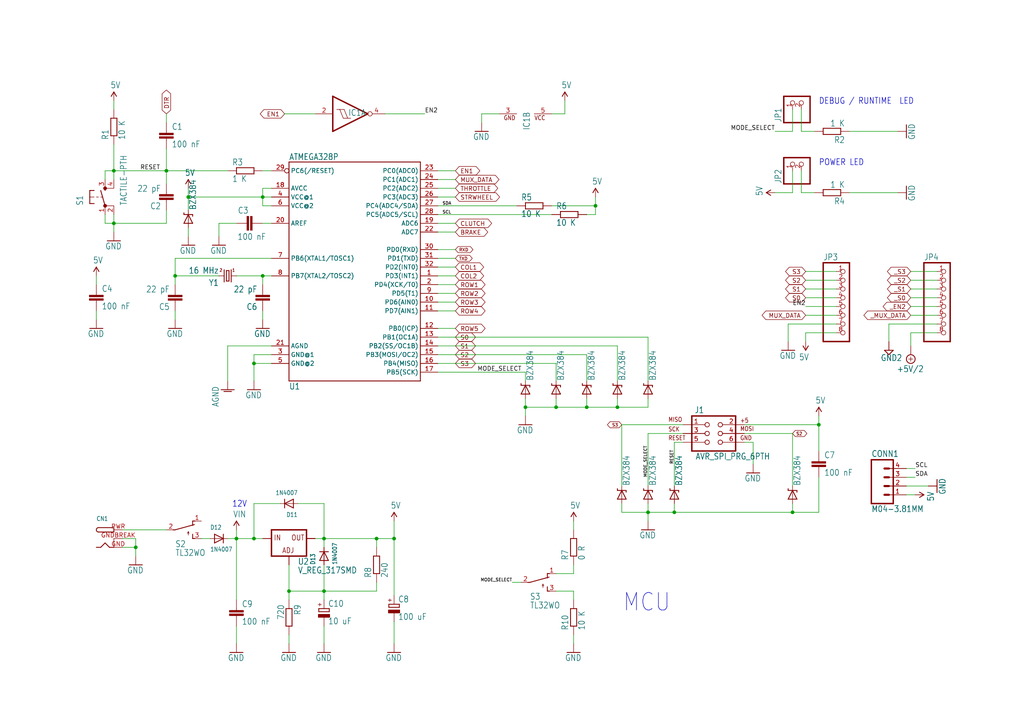
<source format=kicad_sch>
(kicad_sch (version 20231120) (generator "eeschema") (generator_version "8.0")
  (paper "A4")
  (lib_symbols
    (symbol "sim-daq-eagle-import:+5V/2" (power)
      (symbol "+5V/2_1_0"
        (pin power_in line (at 0 -2.54 90) (length 2.54) (name "+5V/2") (number "1"))
      )
    )
    (symbol "sim-daq-eagle-import:5V" (power)
      (symbol "5V_1_0"
        (pin power_in line (at 0 0 90) (length 2.54) (name "5V") (number "1"))
      )
    )
    (symbol "sim-daq-eagle-import:741G14DCK"
      (property "Reference" "IC" (at -0.635 -0.635 0))
      (symbol "741G14DCK_1_0"
        (pin input line (at -10.16 0 0) (length 5.08) (name "I") (number "2"))
        (pin output inverted (at 10.16 0 180) (length 5.08) (name "O") (number "4"))
      )
      (symbol "741G14DCK_2_0"
        (text "GND" (at 1.905 -6.35 900) (effects (font (size 1.27 1.0795)) (justify left bottom)))
        (text "VCC" (at 1.905 2.54 900) (effects (font (size 1.27 1.0795)) (justify left bottom)))
        (pin power_in line (at 0 -7.62 90) (length 5.08) (name "GND") (number "3"))
        (pin power_in line (at 0 7.62 270) (length 5.08) (name "VCC") (number "5"))
      )
    )
    (symbol "sim-daq-eagle-import:AGND" (power)
      (symbol "AGND_1_0"
        (pin power_in line (at 0 2.54 270) (length 2.54) (name "AGND") (number "1"))
      )
    )
    (symbol "sim-daq-eagle-import:ATMEGA328_SMT"
      (property "Reference" "U" (at -17.78 -38.1 0))
      (symbol "ATMEGA328_SMT_1_0"
        (pin bidirectional line (at 25.4 -5.08 180) (length 5.08) (name "PD3(INT1)") (number "1"))
        (pin bidirectional line (at 25.4 -12.7 180) (length 5.08) (name "PD6(AIN0)") (number "10"))
        (pin bidirectional line (at 25.4 -15.24 180) (length 5.08) (name "PD7(AIN1)") (number "11"))
        (pin bidirectional line (at 25.4 -20.32 180) (length 5.08) (name "PB0(ICP)") (number "12"))
        (pin bidirectional line (at 25.4 -22.86 180) (length 5.08) (name "PB1(OC1A)") (number "13"))
        (pin bidirectional line (at 25.4 -25.4 180) (length 5.08) (name "PB2(SS/OC1B)") (number "14"))
        (pin bidirectional line (at 25.4 -27.94 180) (length 5.08) (name "PB3(MOSI/OC2)") (number "15"))
        (pin bidirectional line (at 25.4 -30.48 180) (length 5.08) (name "PB4(MISO)") (number "16"))
        (pin bidirectional line (at 25.4 -33.02 180) (length 5.08) (name "PB5(SCK)") (number "17"))
        (pin bidirectional line (at -22.86 20.32 0) (length 5.08) (name "AVCC") (number "18"))
        (pin bidirectional line (at 25.4 10.16 180) (length 5.08) (name "ADC6") (number "19"))
        (pin bidirectional line (at 25.4 -7.62 180) (length 5.08) (name "PD4(XCK/T0)") (number "2"))
        (pin bidirectional line (at -22.86 10.16 0) (length 5.08) (name "AREF") (number "20"))
        (pin bidirectional line (at -22.86 -25.4 0) (length 5.08) (name "AGND") (number "21"))
        (pin bidirectional line (at 25.4 7.62 180) (length 5.08) (name "ADC7") (number "22"))
        (pin bidirectional line (at 25.4 25.4 180) (length 5.08) (name "PC0(ADC0)") (number "23"))
        (pin bidirectional line (at 25.4 22.86 180) (length 5.08) (name "PC1(ADC1)") (number "24"))
        (pin bidirectional line (at 25.4 20.32 180) (length 5.08) (name "PC2(ADC2)") (number "25"))
        (pin bidirectional line (at 25.4 17.78 180) (length 5.08) (name "PC3(ADC3)") (number "26"))
        (pin bidirectional line (at 25.4 15.24 180) (length 5.08) (name "PC4(ADC4/SDA)") (number "27"))
        (pin bidirectional line (at 25.4 12.7 180) (length 5.08) (name "PC5(ADC5/SCL)") (number "28"))
        (pin bidirectional inverted (at -22.86 25.4 0) (length 5.08) (name "PC6(/RESET)") (number "29"))
        (pin bidirectional line (at -22.86 -27.94 0) (length 5.08) (name "GND@1") (number "3"))
        (pin bidirectional line (at 25.4 2.54 180) (length 5.08) (name "PD0(RXD)") (number "30"))
        (pin bidirectional line (at 25.4 0 180) (length 5.08) (name "PD1(TXD)") (number "31"))
        (pin bidirectional line (at 25.4 -2.54 180) (length 5.08) (name "PD2(INT0)") (number "32"))
        (pin bidirectional line (at -22.86 17.78 0) (length 5.08) (name "VCC@1") (number "4"))
        (pin bidirectional line (at -22.86 -30.48 0) (length 5.08) (name "GND@2") (number "5"))
        (pin bidirectional line (at -22.86 15.24 0) (length 5.08) (name "VCC@2") (number "6"))
        (pin bidirectional line (at -22.86 0 0) (length 5.08) (name "PB6(XTAL1/TOSC1)") (number "7"))
        (pin bidirectional line (at -22.86 -5.08 0) (length 5.08) (name "PB7(XTAL2/TOSC2)") (number "8"))
        (pin bidirectional line (at 25.4 -10.16 180) (length 5.08) (name "PD5(T1)") (number "9"))
      )
    )
    (symbol "sim-daq-eagle-import:AVR_SPI_PRG_6PTH"
      (property "Reference" "J" (at -4.318 5.842 0))
      (symbol "AVR_SPI_PRG_6PTH_1_0"
        (text "+5" (at 8.89 3.048 0) (effects (font (size 1.27 1.0795)) (justify left bottom)))
        (text "GND" (at 8.89 -2.032 0) (effects (font (size 1.27 1.0795)) (justify left bottom)))
        (text "MISO" (at -11.938 3.302 0) (effects (font (size 1.27 1.0795)) (justify left bottom)))
        (text "MOSI" (at 8.89 0.635 0) (effects (font (size 1.27 1.0795)) (justify left bottom)))
        (text "RESET" (at -11.938 -2.032 0) (effects (font (size 1.27 1.0795)) (justify left bottom)))
        (text "SCK" (at -11.938 0.508 0) (effects (font (size 1.27 1.0795)) (justify left bottom)))
        (pin passive inverted (at -7.62 2.54 0) (length 7.62) (name "1") (number "1"))
        (pin passive inverted (at 10.16 2.54 180) (length 7.62) (name "2") (number "2"))
        (pin passive inverted (at -7.62 0 0) (length 7.62) (name "3") (number "3"))
        (pin passive inverted (at 10.16 0 180) (length 7.62) (name "4") (number "4"))
        (pin passive inverted (at -7.62 -2.54 0) (length 7.62) (name "5") (number "5"))
        (pin passive inverted (at 10.16 -2.54 180) (length 7.62) (name "6") (number "6"))
      )
    )
    (symbol "sim-daq-eagle-import:C-EUC0805"
      (property "Reference" "C" (at 1.524 0.381 0))
      (symbol "C-EUC0805_1_0"
        (pin passive line (at 0 2.54 270) (length 2.54) (name "1") (number "1"))
        (pin passive line (at 0 -5.08 90) (length 2.54) (name "2") (number "2"))
      )
    )
    (symbol "sim-daq-eagle-import:CPOL-EUC"
      (property "Reference" "C" (at 1.143 0.4826 0))
      (symbol "CPOL-EUC_1_0"
        (text "+" (at -0.5842 0.4064 900) (effects (font (size 1.27 1.0795)) (justify left bottom)))
        (pin passive line (at 0 2.54 270) (length 2.54) (name "+") (number "+"))
        (pin passive line (at 0 -5.08 90) (length 2.54) (name "-") (number "-"))
      )
    )
    (symbol "sim-daq-eagle-import:CPOL-EUF"
      (property "Reference" "C" (at 1.143 0.4826 0))
      (symbol "CPOL-EUF_1_0"
        (text "+" (at -0.5842 0.4064 900) (effects (font (size 1.27 1.0795)) (justify left bottom)))
        (pin passive line (at 0 2.54 270) (length 2.54) (name "+") (number "+"))
        (pin passive line (at 0 -5.08 90) (length 2.54) (name "-") (number "-"))
      )
    )
    (symbol "sim-daq-eagle-import:CRYSTALSMD"
      (property "Reference" "Y" (at 2.54 1.016 0))
      (symbol "CRYSTALSMD_1_0"
        (text "1" (at -2.159 -1.143 0) (effects (font (size 0.8636 0.734)) (justify left bottom)))
        (text "2" (at 1.524 -1.143 0) (effects (font (size 0.8636 0.734)) (justify left bottom)))
        (pin passive line (at -2.54 0 0) (length 0) (name "1") (number "1"))
        (pin passive line (at 2.54 0 180) (length 0) (name "2") (number "2"))
      )
    )
    (symbol "sim-daq-eagle-import:DCBARRELPTH"
      (property "Reference" "CN" (at -5.08 5.08 0))
      (symbol "DCBARRELPTH_1_0"
        (pin power_in line (at 2.54 -2.54 180) (length 2.54) (name "GND") (number "GND"))
        (pin power_in line (at 2.54 0 180) (length 2.54) (name "GNDBREAK") (number "GNDBREAK"))
        (pin power_in line (at 2.54 2.54 180) (length 2.54) (name "PWR") (number "PWR"))
      )
    )
    (symbol "sim-daq-eagle-import:DIODE-ZENER-BZT52"
      (symbol "DIODE-ZENER-BZT52_1_0"
        (pin passive line (at -2.54 0 0) (length 2.54) (name "A") (number "A"))
        (pin passive line (at 2.54 0 180) (length 2.54) (name "C") (number "C"))
      )
    )
    (symbol "sim-daq-eagle-import:DIODESMA"
      (property "Reference" "D" (at -2.54 2.54 0))
      (symbol "DIODESMA_1_0"
        (pin passive line (at -2.54 0 0) (length 2.54) (name "A") (number "A"))
        (pin passive line (at 2.54 0 180) (length 2.54) (name "C") (number "C"))
      )
    )
    (symbol "sim-daq-eagle-import:GND" (power)
      (symbol "GND_1_0"
        (pin power_in line (at 0 2.54 270) (length 2.54) (name "GND") (number "1"))
      )
    )
    (symbol "sim-daq-eagle-import:GND2" (power)
      (symbol "GND2_1_0"
        (pin power_in line (at 0 2.54 270) (length 2.54) (name "GND2") (number "1"))
      )
    )
    (symbol "sim-daq-eagle-import:M04-3.81MM"
      (property "Reference" "CONN" (at -2.54 10.922 0))
      (symbol "M04-3.81MM_1_0"
        (pin passive line (at 7.62 0 180) (length 5.08) (name "1") (number "1"))
        (pin passive line (at 7.62 2.54 180) (length 5.08) (name "2") (number "2"))
        (pin passive line (at 7.62 5.08 180) (length 5.08) (name "3") (number "3"))
        (pin passive line (at 7.62 7.62 180) (length 5.08) (name "4") (number "4"))
      )
    )
    (symbol "sim-daq-eagle-import:PINHD-1X2"
      (property "Reference" "JP" (at -6.35 5.715 0))
      (symbol "PINHD-1X2_1_0"
        (pin passive inverted (at -2.54 2.54 0) (length 2.54) (name "1") (number "1"))
        (pin passive inverted (at -2.54 0 0) (length 2.54) (name "2") (number "2"))
      )
    )
    (symbol "sim-daq-eagle-import:PINHD-1X8"
      (property "Reference" "JP" (at -6.35 13.335 0))
      (symbol "PINHD-1X8_1_0"
        (pin passive inverted (at -2.54 10.16 0) (length 2.54) (name "1") (number "1"))
        (pin passive inverted (at -2.54 7.62 0) (length 2.54) (name "2") (number "2"))
        (pin passive inverted (at -2.54 5.08 0) (length 2.54) (name "3") (number "3"))
        (pin passive inverted (at -2.54 2.54 0) (length 2.54) (name "4") (number "4"))
        (pin passive inverted (at -2.54 0 0) (length 2.54) (name "5") (number "5"))
        (pin passive inverted (at -2.54 -2.54 0) (length 2.54) (name "6") (number "6"))
        (pin passive inverted (at -2.54 -5.08 0) (length 2.54) (name "7") (number "7"))
        (pin passive inverted (at -2.54 -7.62 0) (length 2.54) (name "8") (number "8"))
      )
    )
    (symbol "sim-daq-eagle-import:R-EU_R0805"
      (property "Reference" "R" (at -3.81 1.4986 0))
      (symbol "R-EU_R0805_1_0"
        (pin passive line (at -5.08 0 0) (length 2.54) (name "1") (number "1"))
        (pin passive line (at 5.08 0 180) (length 2.54) (name "2") (number "2"))
      )
    )
    (symbol "sim-daq-eagle-import:TAC_SWITCHPTH"
      (property "Reference" "S" (at -2.54 6.35 0))
      (symbol "TAC_SWITCHPTH_1_0"
        (pin passive line (at -5.08 0 0) (length 2.54) (name "1") (number "1"))
        (pin passive line (at -5.08 -2.54 0) (length 2.54) (name "2") (number "2"))
        (pin passive line (at 5.08 0 180) (length 2.54) (name "3") (number "3"))
        (pin passive line (at 5.08 -2.54 180) (length 2.54) (name "4") (number "4"))
      )
    )
    (symbol "sim-daq-eagle-import:TL32WO"
      (property "Reference" "S" (at 5.08 -2.54 90))
      (symbol "TL32WO_1_0"
        (pin passive line (at -2.54 5.08 270) (length 2.54) (name "O") (number "1"))
        (pin passive line (at 0 -5.08 90) (length 2.54) (name "P") (number "2"))
        (pin passive line (at 2.54 5.08 270) (length 2.54) (name "S") (number "3"))
      )
    )
    (symbol "sim-daq-eagle-import:VIN" (power)
      (symbol "VIN_1_0"
        (pin power_in line (at 0 0 90) (length 2.54) (name "VIN") (number "1"))
      )
    )
    (symbol "sim-daq-eagle-import:V_REG_317SMD"
      (property "Reference" "U" (at 2.54 -7.62 0))
      (symbol "V_REG_317SMD_1_0"
        (text "ADJ" (at -2.032 -4.318 0) (effects (font (size 1.524 1.2954)) (justify left bottom)))
        (text "IN" (at -4.445 -0.635 0) (effects (font (size 1.524 1.2954)) (justify left bottom)))
        (text "OUT" (at 0.635 -0.635 0) (effects (font (size 1.524 1.2954)) (justify left bottom)))
        (pin input line (at 0 -7.62 90) (length 2.54) (name "ADJ") (number "1"))
        (pin passive line (at 7.62 0 180) (length 2.54) (name "OUT") (number "2"))
        (pin input line (at -7.62 0 0) (length 2.54) (name "IN") (number "3"))
        (pin passive line (at 7.62 0 180) (length 2.54) (name "OUT") (number "4"))
      )
    )
    (symbol "sim-daq-eagle-import:supply1_GND" (power)
      (symbol "supply1_GND_1_0"
        (pin power_in line (at 0 2.54 270) (length 2.54) (name "GND") (number "1"))
      )
    )
  )
  (junction (at 195.58 148.59))
  (junction (at 48.26 49.53))
  (junction (at 76.2 57.15))
  (junction (at 50.8 80.01))
  (junction (at 33.02 64.77))
  (junction (at 152.4 118.11))
  (junction (at 114.3 156.21))
  (junction (at 83.82 171.45))
  (junction (at 39.37 158.75))
  (junction (at 172.72 59.69))
  (junction (at 68.58 156.21))
  (junction (at 54.61 57.15))
  (junction (at 93.98 171.45))
  (junction (at 170.18 118.11))
  (junction (at 161.29 118.11))
  (junction (at 229.87 148.59))
  (junction (at 76.2 80.01))
  (junction (at 73.66 156.21))
  (junction (at 179.07 118.11))
  (junction (at 33.02 49.53))
  (junction (at 109.22 156.21))
  (junction (at 73.66 105.41))
  (junction (at 93.98 156.21))
  (junction (at 237.49 123.19))
  (junction (at 187.96 148.59))
  (wire (pts (xy 170.18 115.57) (xy 170.18 118.11)) (stroke (width 0.1524)))
  (wire (pts (xy 271.78 86.36) (xy 264.16 86.36)) (stroke (width 0.1524)))
  (wire (pts (xy 78.74 102.87) (xy 73.66 102.87)) (stroke (width 0.1524)))
  (wire (pts (xy 242.57 78.74) (xy 233.68 78.74)) (stroke (width 0.1524)))
  (wire (pts (xy 166.37 171.45) (xy 166.37 173.99)) (stroke (width 0.1524)))
  (wire (pts (xy 242.57 88.9) (xy 233.68 88.9)) (stroke (width 0.1524)))
  (wire (pts (xy 237.49 123.19) (xy 237.49 120.65)) (stroke (width 0.1524)))
  (wire (pts (xy 232.41 49.53) (xy 232.41 55.88)) (stroke (width 0.1524)))
  (wire (pts (xy 229.87 49.53) (xy 229.87 55.88)) (stroke (width 0.1524)))
  (wire (pts (xy 233.68 96.52) (xy 233.68 99.06)) (stroke (width 0.1524)))
  (wire (pts (xy 161.29 105.41) (xy 161.29 110.49)) (stroke (width 0.1524)))
  (wire (pts (xy 127 72.39) (xy 132.08 72.39)) (stroke (width 0.1524)))
  (wire (pts (xy 66.04 49.53) (xy 48.26 49.53)) (stroke (width 0.1524)))
  (wire (pts (xy 218.44 134.62) (xy 218.44 128.27)) (stroke (width 0.1524)))
  (wire (pts (xy 152.4 107.95) (xy 152.4 110.49)) (stroke (width 0.1524)))
  (wire (pts (xy 109.22 156.21) (xy 109.22 158.75)) (stroke (width 0.1524)))
  (wire (pts (xy 73.66 156.21) (xy 76.2 156.21)) (stroke (width 0.1524)))
  (wire (pts (xy 78.74 80.01) (xy 76.2 80.01)) (stroke (width 0.1524)))
  (wire (pts (xy 179.07 115.57) (xy 179.07 118.11)) (stroke (width 0.1524)))
  (wire (pts (xy 86.36 146.05) (xy 93.98 146.05)) (stroke (width 0.1524)))
  (wire (pts (xy 229.87 140.97) (xy 229.87 125.73)) (stroke (width 0.1524)))
  (wire (pts (xy 30.48 52.07) (xy 30.48 49.53)) (stroke (width 0.1524)))
  (wire (pts (xy 218.44 128.27) (xy 215.9 128.27)) (stroke (width 0.1524)))
  (wire (pts (xy 180.34 140.97) (xy 180.34 123.19)) (stroke (width 0.1524)))
  (wire (pts (xy 93.98 186.69) (xy 93.98 181.61)) (stroke (width 0.1524)))
  (wire (pts (xy 68.58 156.21) (xy 73.66 156.21)) (stroke (width 0.1524)))
  (wire (pts (xy 30.48 62.23) (xy 30.48 64.77)) (stroke (width 0.1524)))
  (wire (pts (xy 187.96 140.97) (xy 187.96 125.73)) (stroke (width 0.1524)))
  (wire (pts (xy 242.57 86.36) (xy 233.68 86.36)) (stroke (width 0.1524)))
  (wire (pts (xy 237.49 123.19) (xy 237.49 130.81)) (stroke (width 0.1524)))
  (wire (pts (xy 109.22 168.91) (xy 109.22 171.45)) (stroke (width 0.1524)))
  (wire (pts (xy 76.2 64.77) (xy 78.74 64.77)) (stroke (width 0.1524)))
  (wire (pts (xy 78.74 105.41) (xy 73.66 105.41)) (stroke (width 0.1524)))
  (wire (pts (xy 93.98 156.21) (xy 109.22 156.21)) (stroke (width 0.1524)))
  (wire (pts (xy 127 52.07) (xy 132.08 52.07)) (stroke (width 0.1524)))
  (wire (pts (xy 35.56 156.21) (xy 39.37 156.21)) (stroke (width 0.1524)))
  (wire (pts (xy 152.4 118.11) (xy 152.4 120.65)) (stroke (width 0.1524)))
  (wire (pts (xy 48.26 60.96) (xy 48.26 64.77)) (stroke (width 0.1524)))
  (wire (pts (xy 127 74.93) (xy 132.08 74.93)) (stroke (width 0.1524)))
  (wire (pts (xy 33.02 64.77) (xy 33.02 67.31)) (stroke (width 0.1524)))
  (wire (pts (xy 68.58 153.67) (xy 68.58 156.21)) (stroke (width 0.1524)))
  (wire (pts (xy 262.89 138.43) (xy 265.43 138.43)) (stroke (width 0.1524)))
  (wire (pts (xy 76.2 54.61) (xy 76.2 57.15)) (stroke (width 0.1524)))
  (wire (pts (xy 271.78 83.82) (xy 264.16 83.82)) (stroke (width 0.1524)))
  (wire (pts (xy 63.5 80.01) (xy 50.8 80.01)) (stroke (width 0.1524)))
  (wire (pts (xy 127 82.55) (xy 132.08 82.55)) (stroke (width 0.1524)))
  (wire (pts (xy 242.57 96.52) (xy 233.68 96.52)) (stroke (width 0.1524)))
  (wire (pts (xy 232.41 31.75) (xy 232.41 38.1)) (stroke (width 0.1524)))
  (wire (pts (xy 127 90.17) (xy 132.08 90.17)) (stroke (width 0.1524)))
  (wire (pts (xy 149.86 59.69) (xy 127 59.69)) (stroke (width 0.1524)))
  (wire (pts (xy 179.07 118.11) (xy 170.18 118.11)) (stroke (width 0.1524)))
  (wire (pts (xy 66.04 100.33) (xy 66.04 110.49)) (stroke (width 0.1524)))
  (wire (pts (xy 76.2 57.15) (xy 54.61 57.15)) (stroke (width 0.1524)))
  (wire (pts (xy 48.26 153.67) (xy 35.56 153.67)) (stroke (width 0.1524)))
  (wire (pts (xy 127 54.61) (xy 132.08 54.61)) (stroke (width 0.1524)))
  (wire (pts (xy 166.37 153.67) (xy 166.37 151.13)) (stroke (width 0.1524)))
  (wire (pts (xy 195.58 148.59) (xy 195.58 146.05)) (stroke (width 0.1524)))
  (wire (pts (xy 172.72 62.23) (xy 172.72 59.69)) (stroke (width 0.1524)))
  (wire (pts (xy 73.66 102.87) (xy 73.66 105.41)) (stroke (width 0.1524)))
  (wire (pts (xy 180.34 148.59) (xy 187.96 148.59)) (stroke (width 0.1524)))
  (wire (pts (xy 27.94 92.71) (xy 27.94 90.17)) (stroke (width 0.1524)))
  (wire (pts (xy 58.42 156.21) (xy 60.96 156.21)) (stroke (width 0.1524)))
  (wire (pts (xy 163.83 29.21) (xy 163.83 33.02)) (stroke (width 0.1524)))
  (wire (pts (xy 127 102.87) (xy 170.18 102.87)) (stroke (width 0.1524)))
  (wire (pts (xy 152.4 118.11) (xy 152.4 115.57)) (stroke (width 0.1524)))
  (wire (pts (xy 39.37 156.21) (xy 39.37 158.75)) (stroke (width 0.1524)))
  (wire (pts (xy 33.02 62.23) (xy 33.02 64.77)) (stroke (width 0.1524)))
  (wire (pts (xy 161.29 115.57) (xy 161.29 118.11)) (stroke (width 0.1524)))
  (wire (pts (xy 161.29 118.11) (xy 152.4 118.11)) (stroke (width 0.1524)))
  (wire (pts (xy 237.49 148.59) (xy 229.87 148.59)) (stroke (width 0.1524)))
  (wire (pts (xy 271.78 91.44) (xy 264.16 91.44)) (stroke (width 0.1524)))
  (wire (pts (xy 93.98 171.45) (xy 83.82 171.45)) (stroke (width 0.1524)))
  (wire (pts (xy 68.58 173.99) (xy 68.58 156.21)) (stroke (width 0.1524)))
  (wire (pts (xy 180.34 123.19) (xy 198.12 123.19)) (stroke (width 0.1524)))
  (wire (pts (xy 127 100.33) (xy 179.07 100.33)) (stroke (width 0.1524)))
  (wire (pts (xy 127 97.79) (xy 187.96 97.79)) (stroke (width 0.1524)))
  (wire (pts (xy 262.89 143.51) (xy 265.43 143.51)) (stroke (width 0.1524)))
  (wire (pts (xy 27.94 80.01) (xy 27.94 82.55)) (stroke (width 0.1524)))
  (wire (pts (xy 93.98 158.75) (xy 93.98 156.21)) (stroke (width 0.1524)))
  (wire (pts (xy 76.2 57.15) (xy 76.2 59.69)) (stroke (width 0.1524)))
  (wire (pts (xy 237.49 138.43) (xy 237.49 148.59)) (stroke (width 0.1524)))
  (wire (pts (xy 170.18 62.23) (xy 172.72 62.23)) (stroke (width 0.1524)))
  (wire (pts (xy 271.78 81.28) (xy 264.16 81.28)) (stroke (width 0.1524)))
  (wire (pts (xy 127 67.31) (xy 132.08 67.31)) (stroke (width 0.1524)))
  (wire (pts (xy 163.83 33.02) (xy 160.02 33.02)) (stroke (width 0.1524)))
  (wire (pts (xy 260.35 55.88) (xy 246.38 55.88)) (stroke (width 0.1524)))
  (wire (pts (xy 91.44 33.02) (xy 82.55 33.02)) (stroke (width 0.1524)))
  (wire (pts (xy 78.74 54.61) (xy 76.2 54.61)) (stroke (width 0.1524)))
  (wire (pts (xy 76.2 92.71) (xy 76.2 90.17)) (stroke (width 0.1524)))
  (wire (pts (xy 111.76 33.02) (xy 123.19 33.02)) (stroke (width 0.1524)))
  (wire (pts (xy 76.2 59.69) (xy 78.74 59.69)) (stroke (width 0.1524)))
  (wire (pts (xy 179.07 100.33) (xy 179.07 110.49)) (stroke (width 0.1524)))
  (wire (pts (xy 33.02 52.07) (xy 33.02 49.53)) (stroke (width 0.1524)))
  (wire (pts (xy 127 95.25) (xy 132.08 95.25)) (stroke (width 0.1524)))
  (wire (pts (xy 91.44 156.21) (xy 93.98 156.21)) (stroke (width 0.1524)))
  (wire (pts (xy 229.87 146.05) (xy 229.87 148.59)) (stroke (width 0.1524)))
  (wire (pts (xy 161.29 166.37) (xy 166.37 166.37)) (stroke (width 0.1524)))
  (wire (pts (xy 262.89 140.97) (xy 269.24 140.97)) (stroke (width 0.1524)))
  (wire (pts (xy 78.74 100.33) (xy 66.04 100.33)) (stroke (width 0.1524)))
  (wire (pts (xy 172.72 59.69) (xy 172.72 57.15)) (stroke (width 0.1524)))
  (wire (pts (xy 127 62.23) (xy 160.02 62.23)) (stroke (width 0.1524)))
  (wire (pts (xy 93.98 146.05) (xy 93.98 156.21)) (stroke (width 0.1524)))
  (wire (pts (xy 114.3 172.72) (xy 114.3 156.21)) (stroke (width 0.1524)))
  (wire (pts (xy 83.82 173.99) (xy 83.82 171.45)) (stroke (width 0.1524)))
  (wire (pts (xy 81.28 146.05) (xy 73.66 146.05)) (stroke (width 0.1524)))
  (wire (pts (xy 195.58 140.97) (xy 195.58 128.27)) (stroke (width 0.1524)))
  (wire (pts (xy 229.87 55.88) (xy 224.79 55.88)) (stroke (width 0.1524)))
  (wire (pts (xy 151.13 168.91) (xy 148.59 168.91)) (stroke (width 0.1524)))
  (wire (pts (xy 242.57 83.82) (xy 233.68 83.82)) (stroke (width 0.1524)))
  (wire (pts (xy 229.87 148.59) (xy 195.58 148.59)) (stroke (width 0.1524)))
  (wire (pts (xy 78.74 57.15) (xy 76.2 57.15)) (stroke (width 0.1524)))
  (wire (pts (xy 50.8 74.93) (xy 50.8 80.01)) (stroke (width 0.1524)))
  (wire (pts (xy 68.58 64.77) (xy 63.5 64.77)) (stroke (width 0.1524)))
  (wire (pts (xy 187.96 146.05) (xy 187.96 148.59)) (stroke (width 0.1524)))
  (wire (pts (xy 262.89 135.89) (xy 265.43 135.89)) (stroke (width 0.1524)))
  (wire (pts (xy 109.22 171.45) (xy 93.98 171.45)) (stroke (width 0.1524)))
  (wire (pts (xy 127 87.63) (xy 132.08 87.63)) (stroke (width 0.1524)))
  (wire (pts (xy 54.61 66.04) (xy 54.61 68.58)) (stroke (width 0.1524)))
  (wire (pts (xy 187.96 125.73) (xy 198.12 125.73)) (stroke (width 0.1524)))
  (wire (pts (xy 166.37 184.15) (xy 166.37 186.69)) (stroke (width 0.1524)))
  (wire (pts (xy 114.3 186.69) (xy 114.3 180.34)) (stroke (width 0.1524)))
  (wire (pts (xy 54.61 60.96) (xy 54.61 57.15)) (stroke (width 0.1524)))
  (wire (pts (xy 76.2 80.01) (xy 68.58 80.01)) (stroke (width 0.1524)))
  (wire (pts (xy 33.02 29.21) (xy 33.02 31.75)) (stroke (width 0.1524)))
  (wire (pts (xy 271.78 88.9) (xy 264.16 88.9)) (stroke (width 0.1524)))
  (wire (pts (xy 161.29 171.45) (xy 166.37 171.45)) (stroke (width 0.1524)))
  (wire (pts (xy 187.96 118.11) (xy 179.07 118.11)) (stroke (width 0.1524)))
  (wire (pts (xy 264.16 100.33) (xy 264.16 96.52)) (stroke (width 0.1524)))
  (wire (pts (xy 257.81 99.06) (xy 257.81 93.98)) (stroke (width 0.1524)))
  (wire (pts (xy 127 85.09) (xy 132.08 85.09)) (stroke (width 0.1524)))
  (wire (pts (xy 187.96 148.59) (xy 195.58 148.59)) (stroke (width 0.1524)))
  (wire (pts (xy 73.66 105.41) (xy 73.66 110.49)) (stroke (width 0.1524)))
  (wire (pts (xy 76.2 82.55) (xy 76.2 80.01)) (stroke (width 0.1524)))
  (wire (pts (xy 187.96 151.13) (xy 187.96 148.59)) (stroke (width 0.1524)))
  (wire (pts (xy 83.82 186.69) (xy 83.82 184.15)) (stroke (width 0.1524)))
  (wire (pts (xy 127 105.41) (xy 161.29 105.41)) (stroke (width 0.1524)))
  (wire (pts (xy 127 49.53) (xy 132.08 49.53)) (stroke (width 0.1524)))
  (wire (pts (xy 160.02 59.69) (xy 172.72 59.69)) (stroke (width 0.1524)))
  (wire (pts (xy 271.78 93.98) (xy 257.81 93.98)) (stroke (width 0.1524)))
  (wire (pts (xy 271.78 78.74) (xy 264.16 78.74)) (stroke (width 0.1524)))
  (wire (pts (xy 187.96 115.57) (xy 187.96 118.11)) (stroke (width 0.1524)))
  (wire (pts (xy 114.3 156.21) (xy 114.3 151.13)) (stroke (width 0.1524)))
  (wire (pts (xy 109.22 156.21) (xy 114.3 156.21)) (stroke (width 0.1524)))
  (wire (pts (xy 127 107.95) (xy 152.4 107.95)) (stroke (width 0.1524)))
  (wire (pts (xy 93.98 173.99) (xy 93.98 171.45)) (stroke (width 0.1524)))
  (wire (pts (xy 224.79 38.1) (xy 229.87 38.1)))
  (wire (pts (xy 127 80.01) (xy 132.08 80.01)) (stroke (width 0.1524)))
  (wire (pts (xy 242.57 91.44) (xy 233.68 91.44)) (stroke (width 0.1524)))
  (wire (pts (xy 242.57 93.98) (xy 228.6 93.98)) (stroke (width 0.1524)))
  (wire (pts (xy 35.56 158.75) (xy 39.37 158.75)) (stroke (width 0.1524)))
  (wire (pts (xy 232.41 38.1) (xy 236.22 38.1)) (stroke (width 0.1524)))
  (wire (pts (xy 170.18 118.11) (xy 161.29 118.11)) (stroke (width 0.1524)))
  (wire (pts (xy 170.18 102.87) (xy 170.18 110.49)) (stroke (width 0.1524)))
  (wire (pts (xy 50.8 80.01) (xy 50.8 82.55)) (stroke (width 0.1524)))
  (wire (pts (xy 54.61 57.15) (xy 54.61 54.61)) (stroke (width 0.1524)))
  (wire (pts (xy 33.02 49.53) (xy 48.26 49.53)) (stroke (width 0.1524)))
  (wire (pts (xy 127 64.77) (xy 132.08 64.77)) (stroke (width 0.1524)))
  (wire (pts (xy 48.26 64.77) (xy 33.02 64.77)) (stroke (width 0.1524)))
  (wire (pts (xy 127 77.47) (xy 132.08 77.47)) (stroke (width 0.1524)))
  (wire (pts (xy 187.96 97.79) (xy 187.96 110.49)) (stroke (width 0.1524)))
  (wire (pts (xy 48.26 35.56) (xy 48.26 33.02)) (stroke (width 0.1524)))
  (wire (pts (xy 271.78 96.52) (xy 264.16 96.52)) (stroke (width 0.1524)))
  (wire (pts (xy 93.98 163.83) (xy 93.98 171.45)) (stroke (width 0.1524)))
  (wire (pts (xy 66.04 156.21) (xy 68.58 156.21)) (stroke (width 0.1524)))
  (wire (pts (xy 242.57 81.28) (xy 233.68 81.28)) (stroke (width 0.1524)))
  (wire (pts (xy 63.5 64.77) (xy 63.5 68.58)) (stroke (width 0.1524)))
  (wire (pts (xy 228.6 93.98) (xy 228.6 99.06)) (stroke (width 0.1524)))
  (wire (pts (xy 78.74 74.93) (xy 50.8 74.93)) (stroke (width 0.1524)))
  (wire (pts (xy 215.9 123.19) (xy 237.49 123.19)) (stroke (width 0.1524)))
  (wire (pts (xy 76.2 49.53) (xy 78.74 49.53)) (stroke (width 0.1524)))
  (wire (pts (xy 48.26 53.34) (xy 48.26 49.53)) (stroke (width 0.1524)))
  (wire (pts (xy 139.7 33.02) (xy 139.7 35.56)) (stroke (width 0.1524)))
  (wire (pts (xy 215.9 125.73) (xy 229.87 125.73)) (stroke (width 0.1524)))
  (wire (pts (xy 68.58 186.69) (xy 68.58 181.61)) (stroke (width 0.1524)))
  (wire (pts (xy 30.48 64.77) (xy 33.02 64.77)) (stroke (width 0.1524)))
  (wire (pts (xy 48.26 43.18) (xy 48.26 49.53)) (stroke (width 0.1524)))
  (wire (pts (xy 166.37 166.37) (xy 166.37 163.83)) (stroke (width 0.1524)))
  (wire (pts (xy 39.37 158.75) (xy 39.37 161.29)) (stroke (width 0.1524)))
  (wire (pts (xy 30.48 49.53) (xy 33.02 49.53)) (stroke (width 0.1524)))
  (wire (pts (xy 180.34 146.05) (xy 180.34 148.59)) (stroke (width 0.1524)))
  (wire (pts (xy 50.8 92.71) (xy 50.8 90.17)) (stroke (width 0.1524)))
  (wire (pts (xy 127 57.15) (xy 132.08 57.15)) (stroke (width 0.1524)))
  (wire (pts (xy 260.35 38.1) (xy 246.38 38.1)) (stroke (width 0.1524)))
  (wire (pts (xy 144.78 33.02) (xy 139.7 33.02)) (stroke (width 0.1524)))
  (wire (pts (xy 73.66 146.05) (xy 73.66 156.21)) (stroke (width 0.1524)))
  (wire (pts (xy 229.87 38.1) (xy 229.87 31.75)))
  (wire (pts (xy 198.12 128.27) (xy 195.58 128.27)) (stroke (width 0.1524)))
  (wire (pts (xy 232.41 55.88) (xy 236.22 55.88)) (stroke (width 0.1524)))
  (wire (pts (xy 33.02 41.91) (xy 33.02 49.53)) (stroke (width 0.1524)))
  (wire (pts (xy 83.82 171.45) (xy 83.82 163.83)) (stroke (width 0.1524)))
  (text "MCU" (at 180.594 177.8 0) (effects (font (size 5.08 4.318)) (justify left bottom)))
  (text "POWER LED" (at 237.49 48.26 0) (effects (font (size 1.778 1.5113)) (justify left bottom)))
  (text "12V" (at 67.31 147.32 0) (effects (font (size 1.778 1.5113)) (justify left bottom)))
  (text "DEBUG / RUNTIME  LED" (at 237.49 30.48 0) (effects (font (size 1.778 1.5113)) (justify left bottom)))
  (label "MODE_SELECT" (at 187.96 138.43 90) (effects (font (size 0.889 0.889))))
  (label "MODE_SELECT" (at 224.79 38.1 180) (effects (font (size 1.2446 1.2446))))
  (label "EN2" (at 233.68 88.9 180) (effects (font (size 1.2446 1.2446))))
  (label "MODE_SELECT" (at 138.43 107.95 0) (effects (font (size 1.2446 1.2446))))
  (label "SCL" (at 265.43 135.89 0) (effects (font (size 1.2446 1.2446))))
  (label "RESET" (at 40.64 49.53 0) (effects (font (size 1.2446 1.2446))))
  (label "RESET" (at 195.58 134.62 90) (effects (font (size 0.889 0.889))))
  (label "SDA" (at 265.43 138.43 0) (effects (font (size 1.2446 1.2446))))
  (label "SDA" (at 128.27 59.69 0) (effects (font (size 0.889 0.889))))
  (label "EN2" (at 123.19 33.02 0) (effects (font (size 1.2446 1.2446))))
  (label "MODE_SELECT" (at 148.59 168.91 180) (effects (font (size 0.889 0.889))))
  (label "SCL" (at 128.27 62.23 0) (effects (font (size 0.889 0.889))))
  (global_label "RXD" (shape bidirectional) (at 132.08 72.39 0) (effects (font (size 0.889 0.889))) (property "Intersheetrefs" "${INTERSHEET_REFS}" (effects (hide yes))))
  (global_label "S1" (shape bidirectional) (at 132.08 100.33 0) (effects (font (size 1.2446 1.2446))) (property "Intersheetrefs" "${INTERSHEET_REFS}" (effects (hide yes))))
  (global_label "ROW1" (shape bidirectional) (at 132.08 82.55 0) (effects (font (size 1.2446 1.2446))) (property "Intersheetrefs" "${INTERSHEET_REFS}" (effects (hide yes))))
  (global_label "S3" (shape bidirectional) (at 233.68 78.74 180) (effects (font (size 1.2446 1.2446))) (property "Intersheetrefs" "${INTERSHEET_REFS}" (effects (hide yes))))
  (global_label "_MUX_DATA" (shape bidirectional) (at 264.16 91.44 180) (effects (font (size 1.2446 1.2446))) (property "Intersheetrefs" "${INTERSHEET_REFS}" (effects (hide yes))))
  (global_label "ROW5" (shape bidirectional) (at 132.08 95.25 0) (effects (font (size 1.2446 1.2446))) (property "Intersheetrefs" "${INTERSHEET_REFS}" (effects (hide yes))))
  (global_label "S2" (shape bidirectional) (at 233.68 81.28 180) (effects (font (size 1.2446 1.2446))) (property "Intersheetrefs" "${INTERSHEET_REFS}" (effects (hide yes))))
  (global_label "STRWHEEL" (shape bidirectional) (at 132.08 57.15 0) (effects (font (size 1.2446 1.2446))) (property "Intersheetrefs" "${INTERSHEET_REFS}" (effects (hide yes))))
  (global_label "_S0" (shape bidirectional) (at 264.16 86.36 180) (effects (font (size 1.2446 1.2446))) (property "Intersheetrefs" "${INTERSHEET_REFS}" (effects (hide yes))))
  (global_label "ROW2" (shape bidirectional) (at 132.08 85.09 0) (effects (font (size 1.2446 1.2446))) (property "Intersheetrefs" "${INTERSHEET_REFS}" (effects (hide yes))))
  (global_label "S0" (shape bidirectional) (at 132.08 97.79 0) (effects (font (size 1.2446 1.2446))) (property "Intersheetrefs" "${INTERSHEET_REFS}" (effects (hide yes))))
  (global_label "DTR" (shape bidirectional) (at 48.26 33.02 90) (effects (font (size 1.2446 1.2446))) (property "Intersheetrefs" "${INTERSHEET_REFS}" (effects (hide yes))))
  (global_label "ROW4" (shape bidirectional) (at 132.08 90.17 0) (effects (font (size 1.2446 1.2446))) (property "Intersheetrefs" "${INTERSHEET_REFS}" (effects (hide yes))))
  (global_label "BRAKE" (shape bidirectional) (at 132.08 67.31 0) (effects (font (size 1.2446 1.2446))) (property "Intersheetrefs" "${INTERSHEET_REFS}" (effects (hide yes))))
  (global_label "S3" (shape bidirectional) (at 180.34 123.19 180) (effects (font (size 0.889 0.889))) (property "Intersheetrefs" "${INTERSHEET_REFS}" (effects (hide yes))))
  (global_label "_S2" (shape bidirectional) (at 264.16 81.28 180) (effects (font (size 1.2446 1.2446))) (property "Intersheetrefs" "${INTERSHEET_REFS}" (effects (hide yes))))
  (global_label "S0" (shape bidirectional) (at 233.68 86.36 180) (effects (font (size 1.2446 1.2446))) (property "Intersheetrefs" "${INTERSHEET_REFS}" (effects (hide yes))))
  (global_label "S2" (shape bidirectional) (at 229.87 125.73 0) (effects (font (size 0.889 0.889))) (property "Intersheetrefs" "${INTERSHEET_REFS}" (effects (hide yes))))
  (global_label "COL1" (shape bidirectional) (at 132.08 77.47 0) (effects (font (size 1.2446 1.2446))) (property "Intersheetrefs" "${INTERSHEET_REFS}" (effects (hide yes))))
  (global_label "THROTTLE" (shape bidirectional) (at 132.08 54.61 0) (effects (font (size 1.2446 1.2446))) (property "Intersheetrefs" "${INTERSHEET_REFS}" (effects (hide yes))))
  (global_label "EN1" (shape bidirectional) (at 132.08 49.53 0) (effects (font (size 1.2446 1.2446))) (property "Intersheetrefs" "${INTERSHEET_REFS}" (effects (hide yes))))
  (global_label "TXD" (shape bidirectional) (at 132.08 74.93 0) (effects (font (size 0.889 0.889))) (property "Intersheetrefs" "${INTERSHEET_REFS}" (effects (hide yes))))
  (global_label "_S1" (shape bidirectional) (at 264.16 83.82 180) (effects (font (size 1.2446 1.2446))) (property "Intersheetrefs" "${INTERSHEET_REFS}" (effects (hide yes))))
  (global_label "COL2" (shape bidirectional) (at 132.08 80.01 0) (effects (font (size 1.2446 1.2446))) (property "Intersheetrefs" "${INTERSHEET_REFS}" (effects (hide yes))))
  (global_label "S1" (shape bidirectional) (at 233.68 83.82 180) (effects (font (size 1.2446 1.2446))) (property "Intersheetrefs" "${INTERSHEET_REFS}" (effects (hide yes))))
  (global_label "MUX_DATA" (shape bidirectional) (at 233.68 91.44 180) (effects (font (size 1.2446 1.2446))) (property "Intersheetrefs" "${INTERSHEET_REFS}" (effects (hide yes))))
  (global_label "ROW3" (shape bidirectional) (at 132.08 87.63 0) (effects (font (size 1.2446 1.2446))) (property "Intersheetrefs" "${INTERSHEET_REFS}" (effects (hide yes))))
  (global_label "_S3" (shape bidirectional) (at 264.16 78.74 180) (effects (font (size 1.2446 1.2446))) (property "Intersheetrefs" "${INTERSHEET_REFS}" (effects (hide yes))))
  (global_label "EN1" (shape bidirectional) (at 82.55 33.02 180) (effects (font (size 1.2446 1.2446))) (property "Intersheetrefs" "${INTERSHEET_REFS}" (effects (hide yes))))
  (global_label "S2" (shape bidirectional) (at 132.08 102.87 0) (effects (font (size 1.2446 1.2446))) (property "Intersheetrefs" "${INTERSHEET_REFS}" (effects (hide yes))))
  (global_label "_EN2" (shape bidirectional) (at 264.16 88.9 180) (effects (font (size 1.2446 1.2446))) (property "Intersheetrefs" "${INTERSHEET_REFS}" (effects (hide yes))))
  (global_label "S3" (shape bidirectional) (at 132.08 105.41 0) (effects (font (size 1.2446 1.2446))) (property "Intersheetrefs" "${INTERSHEET_REFS}" (effects (hide yes))))
  (global_label "MUX_DATA" (shape bidirectional) (at 132.08 52.07 0) (effects (font (size 1.2446 1.2446))) (property "Intersheetrefs" "${INTERSHEET_REFS}" (effects (hide yes))))
  (global_label "CLUTCH" (shape bidirectional) (at 132.08 64.77 0) (effects (font (size 1.2446 1.2446))) (property "Intersheetrefs" "${INTERSHEET_REFS}" (effects (hide yes))))
  (symbol (lib_id "sim-daq-eagle-import:GND") (at 271.78 140.97 90) (unit 1)
    (property "Reference" "#GND13" (effects (hide yes)))
    (property "Value" "GND" (at 274.32 143.51 0) (effects (font (size 1.778 1.5113)) (justify left bottom)))
  )
  (symbol (lib_id "sim-daq-eagle-import:R-EU_R0805") (at 241.3 55.88 180) (unit 1)
    (property "Reference" "R4" (at 245.11 57.3786 0) (effects (font (size 1.778 1.5113)) (justify left bottom)))
    (property "Value" "1 K" (at 245.11 52.578 0) (effects (font (size 1.778 1.5113)) (justify left bottom)))
    (property "Footprint" "sim-daq:R0805" (effects (hide yes)))
    (property "PARTNO" "*" (effects (hide yes)))
  )
  (symbol (lib_id "sim-daq-eagle-import:5V") (at 265.43 143.51 270) (unit 1)
    (property "Reference" "#SUPPLY10" (effects (hide yes)))
    (property "Value" "5V" (at 268.986 142.494 0) (effects (font (size 1.778 1.5113)) (justify left bottom)))
  )
  (symbol (lib_id "sim-daq-eagle-import:GND") (at 83.82 189.23 0) (unit 1)
    (property "Reference" "#GND17" (effects (hide yes)))
    (property "Value" "GND" (at 81.28 191.77 0) (effects (font (size 1.778 1.5113)) (justify left bottom)))
  )
  (symbol (lib_id "sim-daq-eagle-import:+5V/2") (at 264.16 102.87 180) (unit 1)
    (property "Reference" "#SUPPLY8" (effects (hide yes)))
    (property "Value" "+5V/2" (at 267.97 106.045 0) (effects (font (size 1.778 1.5113)) (justify left bottom)))
  )
  (symbol (lib_id "sim-daq-eagle-import:5V") (at 163.83 29.21 0) (unit 1)
    (property "Reference" "#SUPPLY80" (effects (hide yes)))
    (property "Value" "5V" (at 162.814 25.654 0) (effects (font (size 1.778 1.5113)) (justify left bottom)))
  )
  (symbol (lib_id "sim-daq-eagle-import:GND") (at 139.7 38.1 0) (unit 1)
    (property "Reference" "#GND53" (effects (hide yes)))
    (property "Value" "GND" (at 137.16 40.64 0) (effects (font (size 1.778 1.5113)) (justify left bottom)))
  )
  (symbol (lib_id "sim-daq-eagle-import:5V") (at 54.61 54.61 0) (unit 1)
    (property "Reference" "#SUPPLY2" (effects (hide yes)))
    (property "Value" "5V" (at 53.594 51.054 0) (effects (font (size 1.778 1.5113)) (justify left bottom)))
  )
  (symbol (lib_id "sim-daq-eagle-import:C-EUC0805") (at 76.2 87.63 180) (unit 1)
    (property "Reference" "C6" (at 74.676 88.011 0) (effects (font (size 1.778 1.5113)) (justify left bottom)))
    (property "Value" "22 pF" (at 74.676 82.931 0) (effects (font (size 1.778 1.5113)) (justify left bottom)))
    (property "Footprint" "sim-daq:C0805" (effects (hide yes)))
    (property "PARTNO" "*" (effects (hide yes)))
  )
  (symbol (lib_id "sim-daq-eagle-import:CPOL-EUF") (at 114.3 175.26 0) (unit 1)
    (property "Reference" "C8" (at 115.443 174.7774 0) (effects (font (size 1.778 1.5113)) (justify left bottom)))
    (property "Value" "100 uF" (at 115.443 179.8574 0) (effects (font (size 1.778 1.5113)) (justify left bottom)))
    (property "Footprint" "sim-daq:PANASONIC_F" (effects (hide yes)))
    (property "PARTNO" "*" (effects (hide yes)))
  )
  (symbol (lib_id "sim-daq-eagle-import:R-EU_R0805") (at 165.1 62.23 0) (unit 1)
    (property "Reference" "R6" (at 161.29 60.7314 0) (effects (font (size 1.778 1.5113)) (justify left bottom)))
    (property "Value" "10 K" (at 161.29 65.532 0) (effects (font (size 1.778 1.5113)) (justify left bottom)))
    (property "Footprint" "sim-daq:R0805" (effects (hide yes)))
    (property "PARTNO" "*" (effects (hide yes)))
  )
  (symbol (lib_id "sim-daq-eagle-import:GND") (at 33.02 69.85 0) (unit 1)
    (property "Reference" "#GND3" (effects (hide yes)))
    (property "Value" "GND" (at 30.48 72.39 0) (effects (font (size 1.778 1.5113)) (justify left bottom)))
  )
  (symbol (lib_id "sim-daq-eagle-import:C-EUC0805") (at 71.12 64.77 90) (unit 1)
    (property "Reference" "C3" (at 72.136 60.071 90) (effects (font (size 1.778 1.5113)) (justify left bottom)))
    (property "Value" "100 nF" (at 77.216 67.691 90) (effects (font (size 1.778 1.5113)) (justify left bottom)))
    (property "Footprint" "sim-daq:C0805" (effects (hide yes)))
    (property "PARTNO" "*" (effects (hide yes)))
  )
  (symbol (lib_id "sim-daq-eagle-import:R-EU_R0805") (at 241.3 38.1 180) (unit 1)
    (property "Reference" "R2" (at 245.11 39.5986 0) (effects (font (size 1.778 1.5113)) (justify left bottom)))
    (property "Value" "1 K" (at 245.11 34.798 0) (effects (font (size 1.778 1.5113)) (justify left bottom)))
    (property "Footprint" "sim-daq:R0805" (effects (hide yes)))
    (property "PARTNO" "*" (effects (hide yes)))
  )
  (symbol (lib_id "sim-daq-eagle-import:DIODE-ZENER-BZT52") (at 229.87 143.51 90) (unit 1)
    (property "Reference" "D10" (effects (hide yes)))
    (property "Value" "BZX384" (at 232.1814 140.97 0) (effects (font (size 1.778 1.5113)) (justify left bottom)))
    (property "Footprint" "sim-daq:SOD-323" (effects (hide yes)))
    (property "PARTNO" "*" (effects (hide yes)))
  )
  (symbol (lib_id "sim-daq-eagle-import:GND") (at 262.89 55.88 90) (unit 1)
    (property "Reference" "#GND2" (effects (hide yes)))
    (property "Value" "GND" (at 265.43 58.42 0) (effects (font (size 1.778 1.5113)) (justify left bottom)))
  )
  (symbol (lib_id "sim-daq-eagle-import:C-EUC0805") (at 48.26 58.42 180) (unit 1)
    (property "Reference" "C2" (at 46.736 58.801 0) (effects (font (size 1.778 1.5113)) (justify left bottom)))
    (property "Value" "22 pF" (at 46.736 53.721 0) (effects (font (size 1.778 1.5113)) (justify left bottom)))
    (property "Footprint" "sim-daq:C0805" (effects (hide yes)))
    (property "PARTNO" "*" (effects (hide yes)))
  )
  (symbol (lib_id "sim-daq-eagle-import:PINHD-1X8") (at 245.11 88.9 0) (unit 1)
    (property "Reference" "JP3" (at 238.76 75.565 0) (effects (font (size 1.778 1.5113)) (justify left bottom)))
    (property "Value" "PINHD-1X8" (effects (hide yes)))
    (property "Footprint" "sim-daq:1X08" (effects (hide yes)))
    (property "PARTNO" "*" (effects (hide yes)))
  )
  (symbol (lib_id "sim-daq-eagle-import:DIODESMA") (at 93.98 161.29 90) (unit 1)
    (property "Reference" "D13" (at 91.44 163.83 0) (effects (font (size 1.27 1.0795)) (justify left bottom)))
    (property "Value" "1N4007" (at 97.79 163.83 0) (effects (font (size 1.27 1.0795)) (justify left bottom)))
    (property "Footprint" "sim-daq:SMADIODE" (effects (hide yes)))
    (property "PARTNO" "*" (effects (hide yes)))
  )
  (symbol (lib_id "sim-daq-eagle-import:5V") (at 233.68 99.06 180) (unit 1)
    (property "Reference" "#SUPPLY6" (effects (hide yes)))
    (property "Value" "5V" (at 234.696 102.616 0) (effects (font (size 1.778 1.5113)) (justify left bottom)))
  )
  (symbol (lib_id "sim-daq-eagle-import:741G14DCK") (at 101.6 33.02 0) (unit 1)
    (property "Reference" "IC1" (at 100.965 33.655 0) (effects (font (size 1.778 1.5113)) (justify left bottom)))
    (property "Value" "741G14DCK" (effects (hide yes)))
    (property "Footprint" "sim-daq:SC70-5" (effects (hide yes)))
    (property "PARTNO" "*" (effects (hide yes)))
  )
  (symbol (lib_id "sim-daq-eagle-import:DIODE-ZENER-BZT52") (at 152.4 113.03 90) (unit 1)
    (property "Reference" "D2" (effects (hide yes)))
    (property "Value" "BZX384" (at 154.7114 110.49 0) (effects (font (size 1.778 1.5113)) (justify left bottom)))
    (property "Footprint" "sim-daq:SOD-323" (effects (hide yes)))
    (property "PARTNO" "*" (effects (hide yes)))
  )
  (symbol (lib_id "sim-daq-eagle-import:M04-3.81MM") (at 255.27 143.51 0) (unit 1)
    (property "Reference" "CONN1" (at 252.73 132.588 0) (effects (font (size 1.778 1.5113)) (justify left bottom)))
    (property "Value" "M04-3.81MM" (at 252.73 148.59 0) (effects (font (size 1.778 1.5113)) (justify left bottom)))
    (property "Footprint" "sim-daq:M04-3.81" (effects (hide yes)))
    (property "PARTNO" "*" (effects (hide yes)))
  )
  (symbol (lib_id "sim-daq-eagle-import:5V") (at 114.3 151.13 0) (unit 1)
    (property "Reference" "#SUPPLY11" (effects (hide yes)))
    (property "Value" "5V" (at 113.284 147.574 0) (effects (font (size 1.778 1.5113)) (justify left bottom)))
  )
  (symbol (lib_id "sim-daq-eagle-import:741G14DCK") (at 152.4 33.02 270) (unit 2)
    (property "Reference" "IC1" (at 151.765 32.385 0) (effects (font (size 1.778 1.5113)) (justify left bottom)))
    (property "Value" "741G14DCK" (effects (hide yes)))
    (property "Footprint" "sim-daq:SC70-5" (effects (hide yes)))
    (property "PARTNO" "*" (effects (hide yes)))
  )
  (symbol (lib_id "sim-daq-eagle-import:GND") (at 228.6 101.6 0) (unit 1)
    (property "Reference" "#GND9" (effects (hide yes)))
    (property "Value" "GND" (at 226.06 104.14 0) (effects (font (size 1.778 1.5113)) (justify left bottom)))
  )
  (symbol (lib_id "sim-daq-eagle-import:5V") (at 237.49 120.65 0) (unit 1)
    (property "Reference" "#SUPPLY9" (effects (hide yes)))
    (property "Value" "5V" (at 236.474 117.094 0) (effects (font (size 1.778 1.5113)) (justify left bottom)))
  )
  (symbol (lib_id "sim-daq-eagle-import:DIODE-ZENER-BZT52") (at 187.96 113.03 90) (unit 1)
    (property "Reference" "D6" (effects (hide yes)))
    (property "Value" "BZX384" (at 190.2714 110.49 0) (effects (font (size 1.778 1.5113)) (justify left bottom)))
    (property "Footprint" "sim-daq:SOD-323" (effects (hide yes)))
    (property "PARTNO" "*" (effects (hide yes)))
  )
  (symbol (lib_id "sim-daq-eagle-import:GND") (at 54.61 71.12 0) (unit 1)
    (property "Reference" "#GND4" (effects (hide yes)))
    (property "Value" "GND" (at 52.07 73.66 0) (effects (font (size 1.778 1.5113)) (justify left bottom)))
  )
  (symbol (lib_id "sim-daq-eagle-import:AVR_SPI_PRG_6PTH") (at 205.74 125.73 0) (unit 1)
    (property "Reference" "J1" (at 201.422 119.888 0) (effects (font (size 1.778 1.5113)) (justify left bottom)))
    (property "Value" "AVR_SPI_PRG_6PTH" (at 201.676 133.35 0) (effects (font (size 1.778 1.5113)) (justify left bottom)))
    (property "Footprint" "sim-daq:2X3" (effects (hide yes)))
    (property "PARTNO" "*" (effects (hide yes)))
  )
  (symbol (lib_id "sim-daq-eagle-import:GND") (at 152.4 123.19 0) (unit 1)
    (property "Reference" "#GND11" (effects (hide yes)))
    (property "Value" "GND" (at 149.86 125.73 0) (effects (font (size 1.778 1.5113)) (justify left bottom)))
  )
  (symbol (lib_id "sim-daq-eagle-import:GND") (at 68.58 189.23 0) (unit 1)
    (property "Reference" "#GND16" (effects (hide yes)))
    (property "Value" "GND" (at 66.04 191.77 0) (effects (font (size 1.778 1.5113)) (justify left bottom)))
  )
  (symbol (lib_id "sim-daq-eagle-import:C-EUC0805") (at 68.58 176.53 0) (unit 1)
    (property "Reference" "C9" (at 70.104 176.149 0) (effects (font (size 1.778 1.5113)) (justify left bottom)))
    (property "Value" "100 nF" (at 70.104 181.229 0) (effects (font (size 1.778 1.5113)) (justify left bottom)))
    (property "Footprint" "sim-daq:C0805" (effects (hide yes)))
    (property "PARTNO" "*" (effects (hide yes)))
  )
  (symbol (lib_id "sim-daq-eagle-import:GND") (at 114.3 189.23 0) (unit 1)
    (property "Reference" "#GND19" (effects (hide yes)))
    (property "Value" "GND" (at 111.76 191.77 0) (effects (font (size 1.778 1.5113)) (justify left bottom)))
  )
  (symbol (lib_id "sim-daq-eagle-import:5V") (at 224.79 55.88 90) (unit 1)
    (property "Reference" "#SUPPLY3" (effects (hide yes)))
    (property "Value" "5V" (at 221.234 56.896 0) (effects (font (size 1.778 1.5113)) (justify left bottom)))
  )
  (symbol (lib_id "sim-daq-eagle-import:ATMEGA328_SMT") (at 101.6 74.93 0) (unit 1)
    (property "Reference" "U1" (at 83.82 113.03 0) (effects (font (size 1.778 1.5113)) (justify left bottom)))
    (property "Value" "ATMEGA328P" (at 83.82 46.482 0) (effects (font (size 1.778 1.5113)) (justify left bottom)))
    (property "Footprint" "sim-daq:TQFP32-08" (effects (hide yes)))
    (property "PARTNO" "*" (effects (hide yes)))
  )
  (symbol (lib_id "sim-daq-eagle-import:PINHD-1X8") (at 274.32 88.9 0) (unit 1)
    (property "Reference" "JP4" (at 267.97 75.565 0) (effects (font (size 1.778 1.5113)) (justify left bottom)))
    (property "Value" "PINHD-1X8" (effects (hide yes)))
    (property "Footprint" "sim-daq:1X08" (effects (hide yes)))
    (property "PARTNO" "*" (effects (hide yes)))
  )
  (symbol (lib_id "sim-daq-eagle-import:PINHD-1X2") (at 232.41 46.99 90) (unit 1)
    (property "Reference" "JP2" (at 226.695 53.34 0) (effects (font (size 1.778 1.5113)) (justify left bottom)))
    (property "Value" "PINHD-1X2" (effects (hide yes)))
    (property "Footprint" "sim-daq:1X02" (effects (hide yes)))
    (property "PARTNO" "*" (effects (hide yes)))
  )
  (symbol (lib_id "sim-daq-eagle-import:GND") (at 262.89 38.1 90) (unit 1)
    (property "Reference" "#GND1" (effects (hide yes)))
    (property "Value" "GND" (at 265.43 40.64 0) (effects (font (size 1.778 1.5113)) (justify left bottom)))
  )
  (symbol (lib_id "sim-daq-eagle-import:DIODESMA") (at 83.82 146.05 180) (unit 1)
    (property "Reference" "D11" (at 86.36 148.59 0) (effects (font (size 1.27 1.0795)) (justify left bottom)))
    (property "Value" "1N4007" (at 86.36 142.24 0) (effects (font (size 1.27 1.0795)) (justify left bottom)))
    (property "Footprint" "sim-daq:SMADIODE" (effects (hide yes)))
    (property "PARTNO" "*" (effects (hide yes)))
  )
  (symbol (lib_id "sim-daq-eagle-import:DCBARRELPTH") (at 33.02 156.21 0) (unit 1)
    (property "Reference" "CN1" (at 27.94 151.13 0) (effects (font (size 1.27 1.0795)) (justify left bottom)))
    (property "Value" "DCBARRELPTH" (effects (hide yes)))
    (property "Footprint" "sim-daq:DCJACK_2MM_PTH" (effects (hide yes)))
  )
  (symbol (lib_id "sim-daq-eagle-import:supply1_GND") (at 187.96 153.67 0) (unit 1)
    (property "Reference" "#GND14" (effects (hide yes)))
    (property "Value" "GND" (at 185.42 156.21 0) (effects (font (size 1.778 1.5113)) (justify left bottom)))
  )
  (symbol (lib_id "sim-daq-eagle-import:5V") (at 33.02 29.21 0) (unit 1)
    (property "Reference" "#SUPPLY1" (effects (hide yes)))
    (property "Value" "5V" (at 32.004 25.654 0) (effects (font (size 1.778 1.5113)) (justify left bottom)))
  )
  (symbol (lib_id "sim-daq-eagle-import:R-EU_R0805") (at 33.02 36.83 90) (unit 1)
    (property "Reference" "R1" (at 31.5214 40.64 0) (effects (font (size 1.778 1.5113)) (justify left bottom)))
    (property "Value" "10 K" (at 36.322 40.64 0) (effects (font (size 1.778 1.5113)) (justify left bottom)))
    (property "Footprint" "sim-daq:R0805" (effects (hide yes)))
    (property "PARTNO" "*" (effects (hide yes)))
  )
  (symbol (lib_id "sim-daq-eagle-import:R-EU_R0805") (at 83.82 179.07 270) (unit 1)
    (property "Reference" "R9" (at 85.3186 175.26 0) (effects (font (size 1.778 1.5113)) (justify left bottom)))
    (property "Value" "720" (at 80.518 175.26 0) (effects (font (size 1.778 1.5113)) (justify left bottom)))
    (property "Footprint" "sim-daq:R0805" (effects (hide yes)))
    (property "PARTNO" "*" (effects (hide yes)))
  )
  (symbol (lib_id "sim-daq-eagle-import:CPOL-EUC") (at 93.98 176.53 0) (unit 1)
    (property "Reference" "C10" (at 95.123 176.0474 0) (effects (font (size 1.778 1.5113)) (justify left bottom)))
    (property "Value" "10 uF" (at 95.123 181.1274 0) (effects (font (size 1.778 1.5113)) (justify left bottom)))
    (property "Footprint" "sim-daq:PANASONIC_C" (effects (hide yes)))
    (property "PARTNO" "*" (effects (hide yes)))
  )
  (symbol (lib_id "sim-daq-eagle-import:R-EU_R0805") (at 71.12 49.53 0) (unit 1)
    (property "Reference" "R3" (at 67.31 48.0314 0) (effects (font (size 1.778 1.5113)) (justify left bottom)))
    (property "Value" "1 K" (at 67.31 52.832 0) (effects (font (size 1.778 1.5113)) (justify left bottom)))
    (property "Footprint" "sim-daq:R0805" (effects (hide yes)))
    (property "PARTNO" "*" (effects (hide yes)))
  )
  (symbol (lib_id "sim-daq-eagle-import:C-EUC0805") (at 27.94 85.09 0) (unit 1)
    (property "Reference" "C4" (at 29.464 84.709 0) (effects (font (size 1.778 1.5113)) (justify left bottom)))
    (property "Value" "100 nF" (at 29.464 89.789 0) (effects (font (size 1.778 1.5113)) (justify left bottom)))
    (property "Footprint" "sim-daq:C0805" (effects (hide yes)))
    (property "PARTNO" "*" (effects (hide yes)))
  )
  (symbol (lib_id "sim-daq-eagle-import:R-EU_R0805") (at 166.37 158.75 90) (unit 1)
    (property "Reference" "R7" (at 164.8714 162.56 0) (effects (font (size 1.778 1.5113)) (justify left bottom)))
    (property "Value" "0 R" (at 169.672 162.56 0) (effects (font (size 1.778 1.5113)) (justify left bottom)))
    (property "Footprint" "sim-daq:R0805" (effects (hide yes)))
    (property "PARTNO" "*" (effects (hide yes)))
  )
  (symbol (lib_id "sim-daq-eagle-import:R-EU_R0805") (at 109.22 163.83 90) (unit 1)
    (property "Reference" "R8" (at 107.7214 167.64 0) (effects (font (size 1.778 1.5113)) (justify left bottom)))
    (property "Value" "240" (at 112.522 167.64 0) (effects (font (size 1.778 1.5113)) (justify left bottom)))
    (property "Footprint" "sim-daq:R0805" (effects (hide yes)))
    (property "PARTNO" "*" (effects (hide yes)))
  )
  (symbol (lib_id "sim-daq-eagle-import:5V") (at 172.72 57.15 0) (unit 1)
    (property "Reference" "#SUPPLY4" (effects (hide yes)))
    (property "Value" "5V" (at 171.704 53.594 0) (effects (font (size 1.778 1.5113)) (justify left bottom)))
  )
  (symbol (lib_id "sim-daq-eagle-import:DIODE-ZENER-BZT52") (at 170.18 113.03 90) (unit 1)
    (property "Reference" "D4" (effects (hide yes)))
    (property "Value" "BZX384" (at 172.4914 110.49 0) (effects (font (size 1.778 1.5113)) (justify left bottom)))
    (property "Footprint" "sim-daq:SOD-323" (effects (hide yes)))
    (property "PARTNO" "*" (effects (hide yes)))
  )
  (symbol (lib_id "sim-daq-eagle-import:TL32WO") (at 53.34 153.67 270) (unit 1)
    (property "Reference" "S2" (at 50.8 158.75 90) (effects (font (size 1.778 1.5113)) (justify left bottom)))
    (property "Value" "TL32WO" (at 50.8 161.29 90) (effects (font (size 1.778 1.5113)) (justify left bottom)))
    (property "Footprint" "sim-daq:TL3XWO" (effects (hide yes)))
    (property "PARTNO" "*" (effects (hide yes)))
  )
  (symbol (lib_id "sim-daq-eagle-import:DIODE-ZENER-BZT52") (at 54.61 63.5 90) (unit 1)
    (property "Reference" "D1" (effects (hide yes)))
    (property "Value" "BZX384" (at 56.9214 60.96 0) (effects (font (size 1.778 1.5113)) (justify left bottom)))
    (property "Footprint" "sim-daq:SOD-323" (effects (hide yes)))
    (property "PARTNO" "*" (effects (hide yes)))
  )
  (symbol (lib_id "sim-daq-eagle-import:R-EU_R0805") (at 154.94 59.69 0) (unit 1)
    (property "Reference" "R5" (at 151.13 58.1914 0) (effects (font (size 1.778 1.5113)) (justify left bottom)))
    (property "Value" "10 K" (at 151.13 62.992 0) (effects (font (size 1.778 1.5113)) (justify left bottom)))
    (property "Footprint" "sim-daq:R0805" (effects (hide yes)))
    (property "PARTNO" "*" (effects (hide yes)))
  )
  (symbol (lib_id "sim-daq-eagle-import:GND") (at 63.5 71.12 0) (unit 1)
    (property "Reference" "#GND5" (effects (hide yes)))
    (property "Value" "GND" (at 60.96 73.66 0) (effects (font (size 1.778 1.5113)) (justify left bottom)))
  )
  (symbol (lib_id "sim-daq-eagle-import:AGND") (at 66.04 113.03 0) (unit 1)
    (property "Reference" "#AGND1" (effects (hide yes)))
    (property "Value" "AGND" (at 63.5 118.11 90) (effects (font (size 1.778 1.5113)) (justify left bottom)))
  )
  (symbol (lib_id "sim-daq-eagle-import:C-EUC0805") (at 50.8 87.63 180) (unit 1)
    (property "Reference" "C5" (at 49.276 88.011 0) (effects (font (size 1.778 1.5113)) (justify left bottom)))
    (property "Value" "22 pF" (at 49.276 82.931 0) (effects (font (size 1.778 1.5113)) (justify left bottom)))
    (property "Footprint" "sim-daq:C0805" (effects (hide yes)))
    (property "PARTNO" "*" (effects (hide yes)))
  )
  (symbol (lib_id "sim-daq-eagle-import:C-EUC0805") (at 48.26 38.1 0) (unit 1)
    (property "Reference" "C1" (at 49.784 37.719 0) (effects (font (size 1.778 1.5113)) (justify left bottom)))
    (property "Value" "100 nF" (at 49.784 42.799 0) (effects (font (size 1.778 1.5113)) (justify left bottom)))
    (property "Footprint" "sim-daq:C0805" (effects (hide yes)))
    (property "PARTNO" "*" (effects (hide yes)))
  )
  (symbol (lib_id "sim-daq-eagle-import:DIODE-ZENER-BZT52") (at 179.07 113.03 90) (unit 1)
    (property "Reference" "D5" (effects (hide yes)))
    (property "Value" "BZX384" (at 181.3814 110.49 0) (effects (font (size 1.778 1.5113)) (justify left bottom)))
    (property "Footprint" "sim-daq:SOD-323" (effects (hide yes)))
    (property "PARTNO" "*" (effects (hide yes)))
  )
  (symbol (lib_id "sim-daq-eagle-import:R-EU_R0805") (at 166.37 179.07 90) (unit 1)
    (property "Reference" "R10" (at 164.8714 182.88 0) (effects (font (size 1.778 1.5113)) (justify left bottom)))
    (property "Value" "10 K" (at 169.672 182.88 0) (effects (font (size 1.778 1.5113)) (justify left bottom)))
    (property "Footprint" "sim-daq:R0805" (effects (hide yes)))
    (property "PARTNO" "*" (effects (hide yes)))
  )
  (symbol (lib_id "sim-daq-eagle-import:C-EUC0805") (at 237.49 133.35 0) (unit 1)
    (property "Reference" "C7" (at 239.014 132.969 0) (effects (font (size 1.778 1.5113)) (justify left bottom)))
    (property "Value" "100 nF" (at 239.014 138.049 0) (effects (font (size 1.778 1.5113)) (justify left bottom)))
    (property "Footprint" "sim-daq:C0805" (effects (hide yes)))
    (property "PARTNO" "*" (effects (hide yes)))
  )
  (symbol (lib_id "sim-daq-eagle-import:DIODE-ZENER-BZT52") (at 180.34 143.51 90) (unit 1)
    (property "Reference" "D7" (effects (hide yes)))
    (property "Value" "BZX384" (at 182.6514 140.97 0) (effects (font (size 1.778 1.5113)) (justify left bottom)))
    (property "Footprint" "sim-daq:SOD-323" (effects (hide yes)))
    (property "PARTNO" "*" (effects (hide yes)))
  )
  (symbol (lib_id "sim-daq-eagle-import:PINHD-1X2") (at 232.41 29.21 90) (unit 1)
    (property "Reference" "JP1" (at 226.695 35.56 0) (effects (font (size 1.778 1.5113)) (justify left bottom)))
    (property "Value" "PINHD-1X2" (effects (hide yes)))
    (property "Footprint" "sim-daq:1X02" (effects (hide yes)))
    (property "PARTNO" "*" (effects (hide yes)))
  )
  (symbol (lib_id "sim-daq-eagle-import:GND") (at 39.37 163.83 0) (unit 1)
    (property "Reference" "#GND15" (effects (hide yes)))
    (property "Value" "GND" (at 36.83 166.37 0) (effects (font (size 1.778 1.5113)) (justify left bottom)))
  )
  (symbol (lib_id "sim-daq-eagle-import:DIODESMA") (at 63.5 156.21 0) (unit 1)
    (property "Reference" "D12" (at 60.96 153.67 0) (effects (font (size 1.27 1.0795)) (justify left bottom)))
    (property "Value" "1N4007" (at 60.96 160.02 0) (effects (font (size 1.27 1.0795)) (justify left bottom)))
    (property "Footprint" "sim-daq:SMADIODE" (effects (hide yes)))
    (property "PARTNO" "*" (effects (hide yes)))
  )
  (symbol (lib_id "sim-daq-eagle-import:5V") (at 27.94 80.01 0) (unit 1)
    (property "Reference" "#SUPPLY5" (effects (hide yes)))
    (property "Value" "5V" (at 26.924 76.454 0) (effects (font (size 1.778 1.5113)) (justify left bottom)))
  )
  (symbol (lib_id "sim-daq-eagle-import:V_REG_317SMD") (at 83.82 156.21 0) (unit 1)
    (property "Reference" "U2" (at 86.36 163.83 0) (effects (font (size 1.778 1.5113)) (justify left bottom)))
    (property "Value" "V_REG_317SMD" (at 86.36 166.37 0) (effects (font (size 1.778 1.5113)) (justify left bottom)))
    (property "Footprint" "sim-daq:SOT223" (effects (hide yes)))
    (property "PARTNO" "*" (effects (hide yes)))
  )
  (symbol (lib_id "sim-daq-eagle-import:DIODE-ZENER-BZT52") (at 161.29 113.03 90) (unit 1)
    (property "Reference" "D3" (effects (hide yes)))
    (property "Value" "BZX384" (at 163.6014 110.49 0) (effects (font (size 1.778 1.5113)) (justify left bottom)))
    (property "Footprint" "sim-daq:SOD-323" (effects (hide yes)))
    (property "PARTNO" "*" (effects (hide yes)))
  )
  (symbol (lib_id "sim-daq-eagle-import:DIODE-ZENER-BZT52") (at 195.58 143.51 90) (unit 1)
    (property "Reference" "D9" (effects (hide yes)))
    (property "Value" "BZX384" (at 197.8914 140.97 0) (effects (font (size 1.778 1.5113)) (justify left bottom)))
    (property "Footprint" "sim-daq:SOD-323" (effects (hide yes)))
    (property "PARTNO" "*" (effects (hide yes)))
  )
  (symbol (lib_id "sim-daq-eagle-import:5V") (at 166.37 151.13 0) (unit 1)
    (property "Reference" "#SUPPLY12" (effects (hide yes)))
    (property "Value" "5V" (at 165.354 147.574 0) (effects (font (size 1.778 1.5113)) (justify left bottom)))
  )
  (symbol (lib_id "sim-daq-eagle-import:GND") (at 50.8 95.25 0) (unit 1)
    (property "Reference" "#GND7" (effects (hide yes)))
    (property "Value" "GND" (at 48.26 97.79 0) (effects (font (size 1.778 1.5113)) (justify left bottom)))
  )
  (symbol (lib_id "sim-daq-eagle-import:GND") (at 93.98 189.23 0) (unit 1)
    (property "Reference" "#GND18" (effects (hide yes)))
    (property "Value" "GND" (at 91.44 191.77 0) (effects (font (size 1.778 1.5113)) (justify left bottom)))
  )
  (symbol (lib_id "sim-daq-eagle-import:GND") (at 73.66 113.03 0) (unit 1)
    (property "Reference" "#GND10" (effects (hide yes)))
    (property "Value" "GND" (at 71.12 115.57 0) (effects (font (size 1.778 1.5113)) (justify left bottom)))
  )
  (symbol (lib_id "sim-daq-eagle-import:TL32WO") (at 156.21 168.91 270) (unit 1)
    (property "Reference" "S3" (at 153.67 173.99 90) (effects (font (size 1.778 1.5113)) (justify left bottom)))
    (property "Value" "TL32WO" (at 153.67 176.53 90) (effects (font (size 1.778 1.5113)) (justify left bottom)))
    (property "Footprint" "sim-daq:TL3XWO" (effects (hide yes)))
    (property "PARTNO" "*" (effects (hide yes)))
  )
  (symbol (lib_id "sim-daq-eagle-import:supply1_GND") (at 218.44 137.16 0) (unit 1)
    (property "Reference" "#GND12" (effects (hide yes)))
    (property "Value" "GND" (at 215.9 139.7 0) (effects (font (size 1.778 1.5113)) (justify left bottom)))
  )
  (symbol (lib_id "sim-daq-eagle-import:GND") (at 166.37 189.23 0) (unit 1)
    (property "Reference" "#GND20" (effects (hide yes)))
    (property "Value" "GND" (at 163.83 191.77 0) (effects (font (size 1.778 1.5113)) (justify left bottom)))
  )
  (symbol (lib_id "sim-daq-eagle-import:TAC_SWITCHPTH") (at 30.48 57.15 90) (unit 1)
    (property "Reference" "S1" (at 24.13 59.69 0) (effects (font (size 1.778 1.5113)) (justify left bottom)))
    (property "Value" "TACTILE-PTH" (at 36.83 59.69 0) (effects (font (size 1.778 1.5113)) (justify left bottom)))
    (property "Footprint" "sim-daq:TACTILE-PTH" (effects (hide yes)))
    (property "PARTNO" "*" (effects (hide yes)))
  )
  (symbol (lib_id "sim-daq-eagle-import:GND") (at 27.94 95.25 0) (unit 1)
    (property "Reference" "#GND6" (effects (hide yes)))
    (property "Value" "GND" (at 25.4 97.79 0) (effects (font (size 1.778 1.5113)) (justify left bottom)))
  )
  (symbol (lib_id "sim-daq-eagle-import:GND2") (at 257.81 101.6 0) (unit 1)
    (property "Reference" "#SUPPLY7" (effects (hide yes)))
    (property "Value" "GND2" (at 255.397 104.775 0) (effects (font (size 1.778 1.5113)) (justify left bottom)))
  )
  (symbol (lib_id "sim-daq-eagle-import:DIODE-ZENER-BZT52") (at 187.96 143.51 90) (unit 1)
    (property "Reference" "D8" (effects (hide yes)))
    (property "Value" "BZX384" (at 190.2714 140.97 0) (effects (font (size 1.778 1.5113)) (justify left bottom)))
    (property "Footprint" "sim-daq:SOD-323" (effects (hide yes)))
    (property "PARTNO" "*" (effects (hide yes)))
  )
  (symbol (lib_id "sim-daq-eagle-import:GND") (at 76.2 95.25 0) (unit 1)
    (property "Reference" "#GND8" (effects (hide yes)))
    (property "Value" "GND" (at 73.66 97.79 0) (effects (font (size 1.778 1.5113)) (justify left bottom)))
  )
  (symbol (lib_id "sim-daq-eagle-import:VIN") (at 68.58 153.67 0) (unit 1)
    (property "Reference" "#SUPPLY13" (effects (hide yes)))
    (property "Value" "VIN" (at 67.564 150.114 0) (effects (font (size 1.778 1.5113)) (justify left bottom)))
  )
  (symbol (lib_id "sim-daq-eagle-import:CRYSTALSMD") (at 66.04 80.01 180) (unit 1)
    (property "Reference" "Y1" (at 63.5 81.026 0) (effects (font (size 1.778 1.5113)) (justify left bottom)))
    (property "Value" "16 MHz" (at 63.5 77.47 0) (effects (font (size 1.778 1.5113)) (justify left bottom)))
    (property "Footprint" "sim-daq:HC49UP" (effects (hide yes)))
    (property "PARTNO" "*" (effects (hide yes)))
  )
)
</source>
